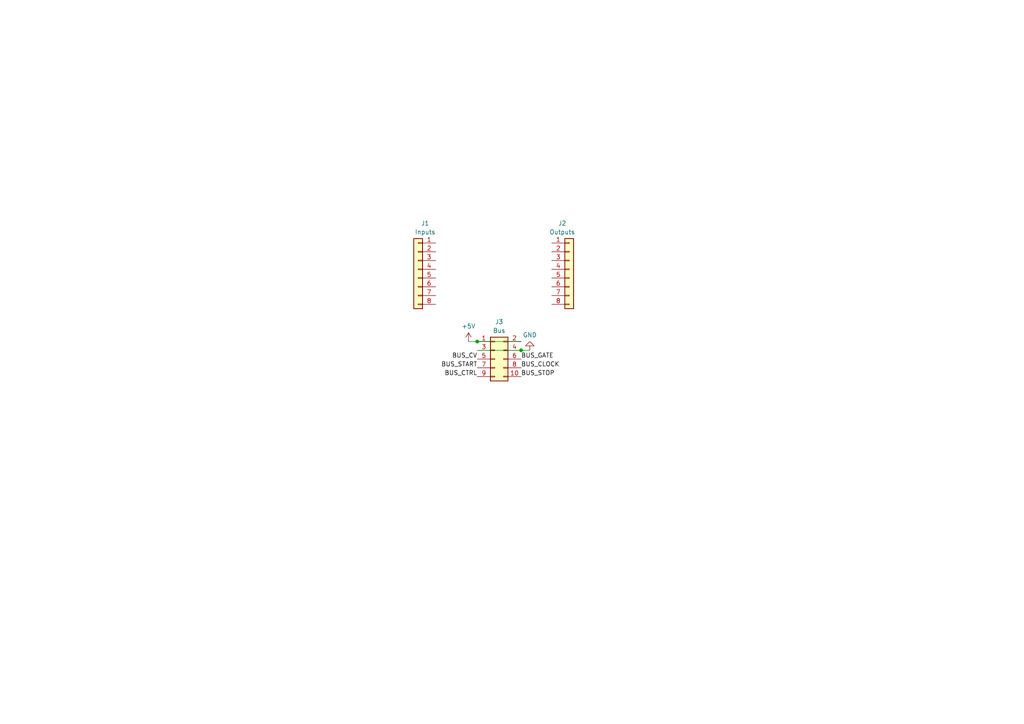
<source format=kicad_sch>
(kicad_sch (version 20210621) (generator eeschema)
  (paper "A4")
  (lib_symbols
    (symbol "Connector_Generic:Conn_01x08" (pin_names (offset 1.016) hide)
      (property "Reference" "J" (at 0 10.16 0))
      (property "Value" "Conn_01x08" (at 0 -12.7 0))
      (symbol "Conn_01x08_1_1"
        (rectangle (start -1.27 -10.033) (end 0 -10.287) (stroke (width 0.1524)))
        (rectangle (start -1.27 -7.493) (end 0 -7.747) (stroke (width 0.1524)))
        (rectangle (start -1.27 -4.953) (end 0 -5.207) (stroke (width 0.1524)))
        (rectangle (start -1.27 -2.413) (end 0 -2.667) (stroke (width 0.1524)))
        (rectangle (start -1.27 0.127) (end 0 -0.127) (stroke (width 0.1524)))
        (rectangle (start -1.27 2.667) (end 0 2.413) (stroke (width 0.1524)))
        (rectangle (start -1.27 5.207) (end 0 4.953) (stroke (width 0.1524)))
        (rectangle (start -1.27 7.747) (end 0 7.493) (stroke (width 0.1524)))
        (rectangle (start -1.27 8.89) (end 1.27 -11.43) (stroke (width 0.254)) (fill (type background)))
        (pin passive line (at -5.08 7.62 0) (length 3.81) (name "Pin_1") (number "1"))
        (pin passive line (at -5.08 5.08 0) (length 3.81) (name "Pin_2") (number "2"))
        (pin passive line (at -5.08 2.54 0) (length 3.81) (name "Pin_3") (number "3"))
        (pin passive line (at -5.08 0 0) (length 3.81) (name "Pin_4") (number "4"))
        (pin passive line (at -5.08 -2.54 0) (length 3.81) (name "Pin_5") (number "5"))
        (pin passive line (at -5.08 -5.08 0) (length 3.81) (name "Pin_6") (number "6"))
        (pin passive line (at -5.08 -7.62 0) (length 3.81) (name "Pin_7") (number "7"))
        (pin passive line (at -5.08 -10.16 0) (length 3.81) (name "Pin_8") (number "8"))
      )
    )
    (symbol "Connector_Generic:Conn_02x05_Odd_Even" (pin_names (offset 1.016) hide)
      (property "Reference" "J" (at 1.27 7.62 0))
      (property "Value" "Conn_02x05_Odd_Even" (at 1.27 -7.62 0))
      (symbol "Conn_02x05_Odd_Even_1_1"
        (rectangle (start -1.27 -4.953) (end 0 -5.207) (stroke (width 0.1524)))
        (rectangle (start -1.27 -2.413) (end 0 -2.667) (stroke (width 0.1524)))
        (rectangle (start -1.27 0.127) (end 0 -0.127) (stroke (width 0.1524)))
        (rectangle (start -1.27 2.667) (end 0 2.413) (stroke (width 0.1524)))
        (rectangle (start -1.27 5.207) (end 0 4.953) (stroke (width 0.1524)))
        (rectangle (start -1.27 6.35) (end 3.81 -6.35) (stroke (width 0.254)) (fill (type background)))
        (rectangle (start 3.81 -4.953) (end 2.54 -5.207) (stroke (width 0.1524)))
        (rectangle (start 3.81 -2.413) (end 2.54 -2.667) (stroke (width 0.1524)))
        (rectangle (start 3.81 0.127) (end 2.54 -0.127) (stroke (width 0.1524)))
        (rectangle (start 3.81 2.667) (end 2.54 2.413) (stroke (width 0.1524)))
        (rectangle (start 3.81 5.207) (end 2.54 4.953) (stroke (width 0.1524)))
        (pin passive line (at -5.08 5.08 0) (length 3.81) (name "Pin_1") (number "1"))
        (pin passive line (at 7.62 -5.08 180) (length 3.81) (name "Pin_10") (number "10"))
        (pin passive line (at 7.62 5.08 180) (length 3.81) (name "Pin_2") (number "2"))
        (pin passive line (at -5.08 2.54 0) (length 3.81) (name "Pin_3") (number "3"))
        (pin passive line (at 7.62 2.54 180) (length 3.81) (name "Pin_4") (number "4"))
        (pin passive line (at -5.08 0 0) (length 3.81) (name "Pin_5") (number "5"))
        (pin passive line (at 7.62 0 180) (length 3.81) (name "Pin_6") (number "6"))
        (pin passive line (at -5.08 -2.54 0) (length 3.81) (name "Pin_7") (number "7"))
        (pin passive line (at 7.62 -2.54 180) (length 3.81) (name "Pin_8") (number "8"))
        (pin passive line (at -5.08 -5.08 0) (length 3.81) (name "Pin_9") (number "9"))
      )
    )
    (symbol "power:+5V" (power) (pin_names (offset 0))
      (property "Value" "+5V" (at 0 3.556 0))
      (symbol "+5V_0_1"
        (polyline (pts (xy -0.762 1.27) (xy 0 2.54)))
        (polyline (pts (xy 0 0) (xy 0 2.54)))
        (polyline (pts (xy 0 2.54) (xy 0.762 1.27)))
      )
      (symbol "+5V_1_1"
        (pin power_in line (at 0 0 90) (length 0) hide (name "+5V") (number "1"))
      )
    )
    (symbol "power:GND" (power) (pin_names (offset 0))
      (property "Value" "GND" (at 0 -3.81 0))
      (symbol "GND_0_1"
        (polyline (pts (xy 0 0) (xy 0 -1.27) (xy 1.27 -1.27) (xy 0 -2.54) (xy -1.27 -1.27) (xy 0 -1.27)))
      )
      (symbol "GND_1_1"
        (pin power_in line (at 0 0 270) (length 0) hide (name "GND") (number "1"))
      )
    )
  )
  (junction (at 151.13 101.6) (diameter 0.9144))
  (junction (at 138.43 99.06) (diameter 0.9144))
  (wire (pts (xy 138.43 101.6) (xy 151.13 101.6)))
  (wire (pts (xy 135.89 99.06) (xy 138.43 99.06)))
  (wire (pts (xy 153.67 101.6) (xy 151.13 101.6)))
  (wire (pts (xy 138.43 99.06) (xy 151.13 99.06)))
  (label "BUS_CV" (at 138.43 104.14 180))
  (label "BUS_START" (at 138.43 106.68 180))
  (label "BUS_GATE" (at 151.13 104.14 0))
  (label "BUS_CTRL" (at 138.43 109.22 180))
  (label "BUS_CLOCK" (at 151.13 106.68 0))
  (label "BUS_STOP" (at 151.13 109.22 0))
  (symbol (lib_id "Connector_Generic:Conn_02x05_Odd_Even") (at 143.51 104.14 0) (unit 1)
    (property "Reference" "J3" (at 144.78 93.345 0))
    (property "Value" "Bus" (at 144.78 95.885 0))
    (property "Footprint" "Connector_PinSocket_2.54mm:PinSocket_2x05_P2.54mm_Vertical" (effects hide))
  )
  (symbol (lib_id "power:+5V") (at 135.89 99.06 0) (unit 1)
    (property "Reference" "#PWR0101" (effects hide))
    (property "Value" "+5V" (at 135.89 94.615 0))
  )
  (symbol (lib_id "Connector_Generic:Conn_01x08") (at 121.285 78.105 0) (mirror y) (unit 1)
    (property "Reference" "J1" (at 123.317 64.77 0))
    (property "Value" "Inputs" (at 123.317 67.31 0))
    (property "Footprint" "Connector_PinSocket_2.54mm:PinSocket_1x08_P2.54mm_Vertical" (effects hide))
  )
  (symbol (lib_id "Connector_Generic:Conn_01x08") (at 165.1 78.105 0) (unit 1)
    (property "Reference" "J2" (at 163.068 64.77 0))
    (property "Value" "Outputs" (at 163.068 67.31 0))
    (property "Footprint" "Connector_PinSocket_2.54mm:PinSocket_1x08_P2.54mm_Vertical" (effects hide))
  )
  (symbol (lib_id "power:GND") (at 153.67 101.6 180) (unit 1)
    (property "Reference" "#PWR0102" (effects hide))
    (property "Value" "GND" (at 153.67 97.155 0))
  )
)
</source>
